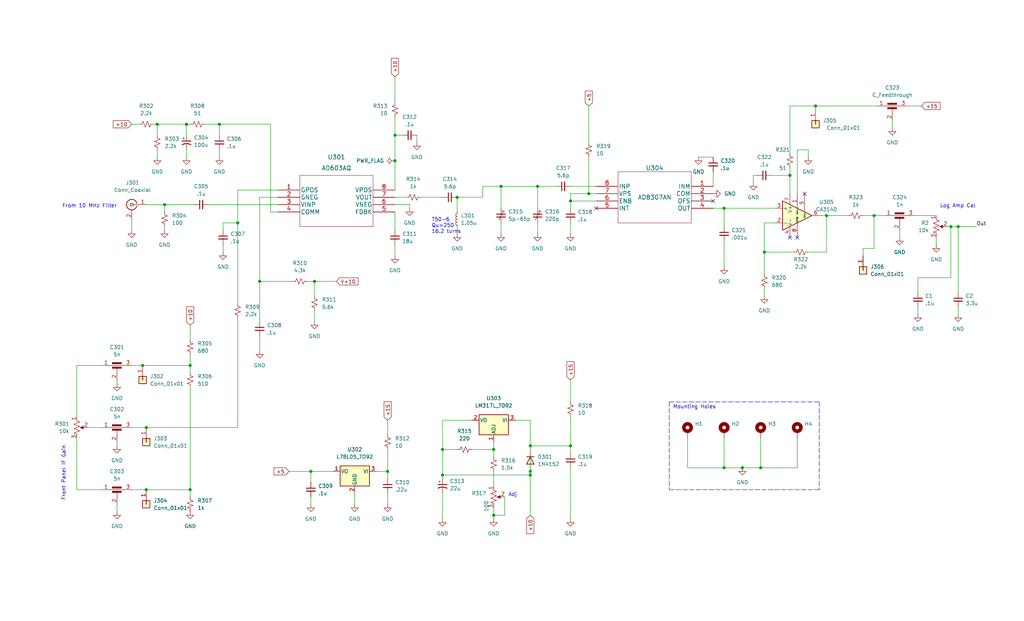
<source format=kicad_sch>
(kicad_sch (version 20211123) (generator eeschema)
  (paper "USLegal")
  (lib_symbols
    (symbol "2022-05-30_02-24-37:AD603AQ" (pin_names (offset 0.254))
      (property "Reference" "U301" (at 20.32 11.43 0))
      (property "Value" "AD603AQ" (at 20.32 7.62 0))
      (symbol "AD603AQ_1_1"
        (polyline (pts (xy 7.62 -12.7) (xy 33.02 -12.7)) (stroke (width 0.127)))
        (polyline (pts (xy 7.62 5.08) (xy 7.62 -12.7)) (stroke (width 0.127)))
        (polyline (pts (xy 33.02 -12.7) (xy 33.02 5.08)) (stroke (width 0.127)))
        (polyline (pts (xy 33.02 5.08) (xy 7.62 5.08)) (stroke (width 0.127)))
        (pin passive line (at 0 0 0) (length 7.62) (name "GPOS") (number "1"))
        (pin passive line (at 0 -2.54 0) (length 7.62) (name "GNEG") (number "2"))
        (pin passive line (at 0 -5.08 0) (length 7.62) (name "VINP") (number "3"))
        (pin passive line (at 0 -7.62 0) (length 7.62) (name "COMM") (number "4"))
        (pin passive line (at 40.64 -7.62 180) (length 7.62) (name "FDBK") (number "5"))
        (pin power_in line (at 40.64 -5.08 180) (length 7.62) (name "VNEG") (number "6"))
        (pin passive line (at 40.64 -2.54 180) (length 7.62) (name "VOUT") (number "7"))
        (pin power_in line (at 40.64 0 180) (length 7.62) (name "VPOS") (number "8"))
      )
    )
    (symbol "AD8307AN:AD8307AN" (pin_names (offset 0.254))
      (property "Reference" "U304" (at -20.32 11.43 0))
      (property "Value" "AD8307AN" (at -20.32 7.62 0))
      (symbol "AD8307AN_1_1"
        (polyline (pts (xy 7.62 -12.7) (xy 33.02 -12.7)) (stroke (width 0.127)))
        (polyline (pts (xy 7.62 5.08) (xy 7.62 -12.7)) (stroke (width 0.127)))
        (polyline (pts (xy 33.02 -12.7) (xy 33.02 5.08)) (stroke (width 0.127)))
        (polyline (pts (xy 33.02 5.08) (xy 7.62 5.08)) (stroke (width 0.127)))
        (pin passive line (at 0 0 0) (length 7.62) (name "INM") (number "1"))
        (pin passive line (at 0 -2.54 0) (length 7.62) (name "COM") (number "2"))
        (pin passive line (at 0 -5.08 0) (length 7.62) (name "OFS") (number "3"))
        (pin passive line (at 0 -7.62 0) (length 7.62) (name "OUT") (number "4"))
        (pin passive line (at 40.64 -7.62 180) (length 7.62) (name "INT") (number "5"))
        (pin passive line (at 40.64 -5.08 180) (length 7.62) (name "ENB") (number "6"))
        (pin power_in line (at 40.64 -2.54 180) (length 7.62) (name "VPS") (number "7"))
        (pin passive line (at 40.64 0 180) (length 7.62) (name "INP") (number "8"))
      )
    )
    (symbol "Amplifier_Operational:CA3140" (pin_names (offset 0.127))
      (property "Reference" "U" (at 6.35 5.08 0))
      (property "Value" "CA3140" (at 6.35 2.54 0))
      (symbol "CA3140_0_1"
        (polyline (pts (xy -5.08 5.08) (xy 5.08 0) (xy -5.08 -5.08) (xy -5.08 5.08)) (stroke (width 0.254)) (fill (type background)))
      )
      (symbol "CA3140_1_1"
        (pin passive line (at 0 7.62 270) (length 5.08) (name "NULL") (number "1"))
        (pin input line (at -7.62 -2.54 0) (length 2.54) (name "-") (number "2"))
        (pin input line (at -7.62 2.54 0) (length 2.54) (name "+") (number "3"))
        (pin power_in line (at -2.54 -7.62 90) (length 3.81) (name "V-") (number "4"))
        (pin passive line (at 2.54 7.62 270) (length 6.35) (name "NULL") (number "5"))
        (pin output line (at 7.62 0 180) (length 2.54) (name "~") (number "6"))
        (pin power_in line (at -2.54 7.62 270) (length 3.81) (name "V+") (number "7"))
        (pin passive line (at 0 -7.62 90) (length 5.08) (name "STRB") (number "8"))
      )
    )
    (symbol "Connector:Conn_Coaxial" (pin_names (offset 1.016) hide)
      (property "Reference" "J" (at 0.254 3.048 0))
      (property "Value" "Conn_Coaxial" (at 2.921 0 90))
      (symbol "Conn_Coaxial_0_1"
        (arc (start -1.778 -0.508) (mid 0.2311 -1.8066) (end 1.778 0) (stroke (width 0.254)))
        (polyline (pts (xy -2.54 0) (xy -0.508 0)))
        (polyline (pts (xy 0 -2.54) (xy 0 -1.778)))
        (circle (center 0 0) (radius 0.508) (stroke (width 0.2032)))
        (arc (start 1.778 0) (mid 0.2099 1.8101) (end -1.778 0.508) (stroke (width 0.254)))
      )
      (symbol "Conn_Coaxial_1_1"
        (pin passive line (at -5.08 0 0) (length 2.54) (name "In") (number "1"))
        (pin passive line (at 0 -5.08 90) (length 2.54) (name "Ext") (number "2"))
      )
    )
    (symbol "Connector_Generic:Conn_01x01" (pin_names (offset 1.016) hide)
      (property "Reference" "J" (at 0 2.54 0))
      (property "Value" "Conn_01x01" (at 0 -2.54 0))
      (symbol "Conn_01x01_1_1"
        (rectangle (start -1.27 0.127) (end 0 -0.127) (stroke (width 0.1524)))
        (rectangle (start -1.27 1.27) (end 1.27 -1.27) (stroke (width 0.254)) (fill (type background)))
        (pin passive line (at -5.08 0 0) (length 3.81) (name "Pin_1") (number "1"))
      )
    )
    (symbol "Device:C_Feedthrough" (pin_names (offset 0.254) hide)
      (property "Reference" "C" (at 0 7.62 0))
      (property "Value" "C_Feedthrough" (at 0 5.715 0))
      (symbol "C_Feedthrough_0_1"
        (rectangle (start -1.651 1.524) (end 1.524 2.032) (fill (type outline)))
        (polyline (pts (xy -2.54 2.54) (xy 2.54 2.54)))
        (polyline (pts (xy 0 0) (xy 0 1.778)))
        (rectangle (start 1.524 3.048) (end -1.651 3.556) (fill (type outline)))
      )
      (symbol "C_Feedthrough_1_1"
        (pin passive line (at -5.08 2.54 0) (length 2.54) (name "1") (number "1"))
        (pin passive line (at 0 -2.54 90) (length 2.54) (name "2") (number "2"))
        (pin passive line (at 5.08 2.54 180) (length 2.54) (name "3") (number "3"))
      )
    )
    (symbol "Device:C_Polarized_Small_US" (pin_numbers hide) (pin_names (offset 0.254) hide)
      (property "Reference" "C" (at 0.254 1.778 0))
      (property "Value" "C_Polarized_Small_US" (at 0.254 -2.032 0))
      (symbol "C_Polarized_Small_US_0_1"
        (polyline (pts (xy -1.524 0.508) (xy 1.524 0.508)) (stroke (width 0.3048)))
        (polyline (pts (xy -1.27 1.524) (xy -0.762 1.524)))
        (polyline (pts (xy -1.016 1.27) (xy -1.016 1.778)))
        (arc (start 1.524 -0.762) (mid 0 -0.3734) (end -1.524 -0.762) (stroke (width 0.3048)))
      )
      (symbol "C_Polarized_Small_US_1_1"
        (pin passive line (at 0 2.54 270) (length 2.032) (name "~") (number "1"))
        (pin passive line (at 0 -2.54 90) (length 2.032) (name "~") (number "2"))
      )
    )
    (symbol "Device:C_Small" (pin_numbers hide) (pin_names (offset 0.254) hide)
      (property "Reference" "C" (at 0.254 1.778 0))
      (property "Value" "C_Small" (at 0.254 -2.032 0))
      (symbol "C_Small_0_1"
        (polyline (pts (xy -1.524 -0.508) (xy 1.524 -0.508)) (stroke (width 0.3302)))
        (polyline (pts (xy -1.524 0.508) (xy 1.524 0.508)) (stroke (width 0.3048)))
      )
      (symbol "C_Small_1_1"
        (pin passive line (at 0 2.54 270) (length 2.032) (name "~") (number "1"))
        (pin passive line (at 0 -2.54 90) (length 2.032) (name "~") (number "2"))
      )
    )
    (symbol "Device:C_Trim_Small" (pin_numbers hide) (pin_names (offset 0.254) hide)
      (property "Reference" "C" (at 1.524 -2.032 0))
      (property "Value" "C_Trim_Small" (at 3.048 -3.556 0))
      (symbol "C_Trim_Small_0_1"
        (polyline (pts (xy -1.524 -0.508) (xy 1.524 -0.508)) (stroke (width 0.3048)))
        (polyline (pts (xy -1.524 0.508) (xy 1.524 0.508)) (stroke (width 0.3048)))
        (polyline (pts (xy 0.762 1.524) (xy -0.762 -1.524)) (stroke (width 0.1778)))
        (polyline (pts (xy 1.27 1.27) (xy 0.381 1.778)) (stroke (width 0.1778)))
      )
      (symbol "C_Trim_Small_1_1"
        (pin passive line (at 0 2.54 270) (length 2.032) (name "~") (number "1"))
        (pin passive line (at 0 -2.54 90) (length 2.032) (name "~") (number "2"))
      )
    )
    (symbol "Device:L_Small" (pin_numbers hide) (pin_names (offset 0.254) hide)
      (property "Reference" "L" (at 0.762 1.016 0))
      (property "Value" "L_Small" (at 0.762 -1.016 0))
      (symbol "L_Small_0_1"
        (arc (start 0 -2.032) (mid 0.508 -1.524) (end 0 -1.016))
        (arc (start 0 -1.016) (mid 0.508 -0.508) (end 0 0))
        (arc (start 0 0) (mid 0.508 0.508) (end 0 1.016))
        (arc (start 0 1.016) (mid 0.508 1.524) (end 0 2.032))
      )
      (symbol "L_Small_1_1"
        (pin passive line (at 0 2.54 270) (length 0.508) (name "~") (number "1"))
        (pin passive line (at 0 -2.54 90) (length 0.508) (name "~") (number "2"))
      )
    )
    (symbol "Device:R_Potentiometer_US" (pin_names (offset 1.016) hide)
      (property "Reference" "RV" (at -4.445 0 90))
      (property "Value" "R_Potentiometer_US" (at -2.54 0 90))
      (symbol "R_Potentiometer_US_0_1"
        (polyline (pts (xy 0 -2.286) (xy 0 -2.54)))
        (polyline (pts (xy 0 2.54) (xy 0 2.286)))
        (polyline (pts (xy 2.54 0) (xy 1.524 0)))
        (polyline (pts (xy 1.143 0) (xy 2.286 0.508) (xy 2.286 -0.508) (xy 1.143 0)) (fill (type outline)))
        (polyline (pts (xy 0 -0.762) (xy 1.016 -1.143) (xy 0 -1.524) (xy -1.016 -1.905) (xy 0 -2.286)))
        (polyline (pts (xy 0 0.762) (xy 1.016 0.381) (xy 0 0) (xy -1.016 -0.381) (xy 0 -0.762)))
        (polyline (pts (xy 0 2.286) (xy 1.016 1.905) (xy 0 1.524) (xy -1.016 1.143) (xy 0 0.762)))
      )
      (symbol "R_Potentiometer_US_1_1"
        (pin passive line (at 0 3.81 270) (length 1.27) (name "1") (number "1"))
        (pin passive line (at 3.81 0 180) (length 1.27) (name "2") (number "2"))
        (pin passive line (at 0 -3.81 90) (length 1.27) (name "3") (number "3"))
      )
    )
    (symbol "Device:R_Small_US" (pin_numbers hide) (pin_names (offset 0.254) hide)
      (property "Reference" "R" (at 0.762 0.508 0))
      (property "Value" "R_Small_US" (at 0.762 -1.016 0))
      (symbol "R_Small_US_1_1"
        (polyline (pts (xy 0 0) (xy 1.016 -0.381) (xy 0 -0.762) (xy -1.016 -1.143) (xy 0 -1.524)))
        (polyline (pts (xy 0 1.524) (xy 1.016 1.143) (xy 0 0.762) (xy -1.016 0.381) (xy 0 0)))
        (pin passive line (at 0 2.54 270) (length 1.016) (name "~") (number "1"))
        (pin passive line (at 0 -2.54 90) (length 1.016) (name "~") (number "2"))
      )
    )
    (symbol "Diode:1N4152" (pin_numbers hide) (pin_names (offset 1.016) hide)
      (property "Reference" "D" (at 0 2.54 0))
      (property "Value" "1N4152" (at 0 -2.54 0))
      (symbol "1N4152_0_1"
        (polyline (pts (xy -1.27 1.27) (xy -1.27 -1.27)) (stroke (width 0.254)))
        (polyline (pts (xy 1.27 0) (xy -1.27 0)))
        (polyline (pts (xy 1.27 1.27) (xy 1.27 -1.27) (xy -1.27 0) (xy 1.27 1.27)) (stroke (width 0.254)))
      )
      (symbol "1N4152_1_1"
        (pin passive line (at -3.81 0 0) (length 2.54) (name "K") (number "1"))
        (pin passive line (at 3.81 0 180) (length 2.54) (name "A") (number "2"))
      )
    )
    (symbol "Mechanical:MountingHole_Pad" (pin_numbers hide) (pin_names (offset 1.016) hide)
      (property "Reference" "H" (at 0 6.35 0))
      (property "Value" "MountingHole_Pad" (at 0 4.445 0))
      (symbol "MountingHole_Pad_0_1"
        (circle (center 0 1.27) (radius 1.27) (stroke (width 1.27)))
      )
      (symbol "MountingHole_Pad_1_1"
        (pin input line (at 0 -2.54 90) (length 2.54) (name "1") (number "1"))
      )
    )
    (symbol "Regulator_Linear:L78L05_TO92" (pin_names (offset 0.254))
      (property "Reference" "U" (at -3.81 3.175 0))
      (property "Value" "L78L05_TO92" (at 0 3.175 0))
      (symbol "L78L05_TO92_0_1"
        (rectangle (start -5.08 -5.08) (end 5.08 1.905) (stroke (width 0.254)) (fill (type background)))
      )
      (symbol "L78L05_TO92_1_1"
        (pin power_out line (at 7.62 0 180) (length 2.54) (name "VO") (number "1"))
        (pin power_in line (at 0 -7.62 90) (length 2.54) (name "GND") (number "2"))
        (pin power_in line (at -7.62 0 0) (length 2.54) (name "VI") (number "3"))
      )
    )
    (symbol "Regulator_Linear:LM317L_TO92" (pin_names (offset 0.254))
      (property "Reference" "U" (at -3.81 3.175 0))
      (property "Value" "LM317L_TO92" (at 0 3.175 0))
      (symbol "LM317L_TO92_0_1"
        (rectangle (start -5.08 1.905) (end 5.08 -5.08) (stroke (width 0.254)) (fill (type background)))
      )
      (symbol "LM317L_TO92_1_1"
        (pin input line (at 0 -7.62 90) (length 2.54) (name "ADJ") (number "1"))
        (pin power_out line (at 7.62 0 180) (length 2.54) (name "VO") (number "2"))
        (pin power_in line (at -7.62 0 0) (length 2.54) (name "VI") (number "3"))
      )
    )
    (symbol "power:GND" (power) (pin_names (offset 0))
      (property "Value" "GND" (at 0 -3.81 0))
      (symbol "GND_0_1"
        (polyline (pts (xy 0 0) (xy 0 -1.27) (xy 1.27 -1.27) (xy 0 -2.54) (xy -1.27 -1.27) (xy 0 -1.27)))
      )
      (symbol "GND_1_1"
        (pin power_in line (at 0 0 270) (length 0) hide (name "GND") (number "1"))
      )
    )
    (symbol "power:PWR_FLAG" (power) (pin_numbers hide) (pin_names (offset 0) hide)
      (property "Value" "PWR_FLAG" (at 0 3.81 0))
      (symbol "PWR_FLAG_0_0"
        (pin power_out line (at 0 0 90) (length 0) (name "pwr") (number "1"))
      )
      (symbol "PWR_FLAG_0_1"
        (polyline (pts (xy 0 0) (xy 0 1.27) (xy -1.016 1.905) (xy 0 2.54) (xy 1.016 1.905) (xy 0 1.27)))
      )
    )
  )
  (junction (at 287.02 74.93))
  (junction (at 134.62 163.83))
  (junction (at 283.21 36.83))
  (junction (at 204.47 67.31))
  (junction (at 153.67 165.1))
  (junction (at 107.95 163.83))
  (junction (at 171.45 156.21))
  (junction (at 57.15 71.12))
  (junction (at 251.46 162.56))
  (junction (at 173.99 64.77))
  (junction (at 137.16 55.88))
  (junction (at 198.12 154.94))
  (junction (at 50.8 148.59))
  (junction (at 184.15 154.94))
  (junction (at 90.17 97.79))
  (junction (at 264.16 162.56))
  (junction (at 171.45 179.07))
  (junction (at 49.53 127))
  (junction (at 109.22 97.79))
  (junction (at 198.12 69.85))
  (junction (at 303.53 74.93))
  (junction (at 158.75 68.58))
  (junction (at 330.2 78.74))
  (junction (at 257.81 162.56))
  (junction (at 66.04 170.18))
  (junction (at 153.67 156.21))
  (junction (at 66.04 127))
  (junction (at 50.8 170.18))
  (junction (at 184.15 165.1))
  (junction (at 64.77 43.18))
  (junction (at 184.15 163.83))
  (junction (at 54.61 43.18))
  (junction (at 76.2 43.18))
  (junction (at 251.46 72.39))
  (junction (at 186.69 64.77))
  (junction (at 332.74 78.74))
  (junction (at 265.43 87.63))
  (junction (at 274.32 60.96))
  (junction (at 137.16 46.99))
  (junction (at 82.55 77.47))
  (no_connect (at 247.65 69.85))
  (no_connect (at 207.01 72.39))
  (no_connect (at 279.4 67.31))
  (no_connect (at 276.86 82.55))
  (no_connect (at 274.32 82.55))
  (wire (pts (xy 186.69 72.39) (xy 186.69 64.77)))
  (wire (pts (xy 144.78 46.99) (xy 144.78 49.53)))
  (wire (pts (xy 77.47 85.09) (xy 77.47 87.63)))
  (wire (pts (xy 90.17 68.58) (xy 96.52 68.58)))
  (wire (pts (xy 100.33 163.83) (xy 107.95 163.83)))
  (wire (pts (xy 251.46 83.82) (xy 251.46 92.71)))
  (wire (pts (xy 287.02 87.63) (xy 280.67 87.63)))
  (wire (pts (xy 247.65 64.77) (xy 247.65 59.69)))
  (wire (pts (xy 82.55 66.04) (xy 96.52 66.04)))
  (wire (pts (xy 137.16 35.56) (xy 137.16 26.67)))
  (wire (pts (xy 57.15 80.01) (xy 57.15 78.74)))
  (wire (pts (xy 247.65 72.39) (xy 251.46 72.39)))
  (wire (pts (xy 184.15 146.05) (xy 184.15 154.94)))
  (wire (pts (xy 207.01 69.85) (xy 198.12 69.85)))
  (wire (pts (xy 101.6 97.79) (xy 90.17 97.79)))
  (wire (pts (xy 57.15 73.66) (xy 57.15 71.12)))
  (wire (pts (xy 82.55 77.47) (xy 82.55 66.04)))
  (wire (pts (xy 171.45 163.83) (xy 171.45 168.91)))
  (wire (pts (xy 45.72 127) (xy 49.53 127)))
  (wire (pts (xy 137.16 85.09) (xy 137.16 88.9)))
  (wire (pts (xy 134.62 171.45) (xy 134.62 175.26)))
  (wire (pts (xy 76.2 52.07) (xy 76.2 54.61)))
  (wire (pts (xy 204.47 36.83) (xy 204.47 49.53)))
  (wire (pts (xy 184.15 165.1) (xy 184.15 179.07)))
  (polyline (pts (xy 284.48 170.18) (xy 232.41 170.18)))
  (wire (pts (xy 267.97 60.96) (xy 274.32 60.96)))
  (wire (pts (xy 299.72 88.9) (xy 299.72 86.36)))
  (wire (pts (xy 283.21 38.1) (xy 283.21 36.83)))
  (wire (pts (xy 251.46 152.4) (xy 251.46 162.56)))
  (wire (pts (xy 137.16 73.66) (xy 137.16 80.01)))
  (wire (pts (xy 153.67 165.1) (xy 184.15 165.1)))
  (wire (pts (xy 163.83 156.21) (xy 171.45 156.21)))
  (wire (pts (xy 66.04 134.62) (xy 66.04 170.18)))
  (wire (pts (xy 54.61 43.18) (xy 53.34 43.18)))
  (wire (pts (xy 173.99 64.77) (xy 186.69 64.77)))
  (wire (pts (xy 158.75 156.21) (xy 153.67 156.21)))
  (wire (pts (xy 207.01 67.31) (xy 204.47 67.31)))
  (wire (pts (xy 54.61 54.61) (xy 54.61 52.07)))
  (wire (pts (xy 275.59 87.63) (xy 265.43 87.63)))
  (wire (pts (xy 158.75 68.58) (xy 167.64 68.58)))
  (wire (pts (xy 77.47 77.47) (xy 82.55 77.47)))
  (wire (pts (xy 339.09 78.74) (xy 332.74 78.74)))
  (wire (pts (xy 276.86 52.07) (xy 280.67 52.07)))
  (wire (pts (xy 35.56 127) (xy 26.67 127)))
  (wire (pts (xy 35.56 148.59) (xy 30.48 148.59)))
  (wire (pts (xy 287.02 74.93) (xy 284.48 74.93)))
  (wire (pts (xy 96.52 73.66) (xy 93.98 73.66)))
  (wire (pts (xy 93.98 43.18) (xy 93.98 73.66)))
  (wire (pts (xy 332.74 78.74) (xy 330.2 78.74)))
  (wire (pts (xy 48.26 43.18) (xy 45.72 43.18)))
  (wire (pts (xy 262.89 60.96) (xy 261.62 60.96)))
  (wire (pts (xy 153.67 156.21) (xy 153.67 165.1)))
  (wire (pts (xy 265.43 77.47) (xy 265.43 87.63)))
  (wire (pts (xy 146.05 68.58) (xy 153.67 68.58)))
  (wire (pts (xy 198.12 144.78) (xy 198.12 154.94)))
  (wire (pts (xy 67.31 71.12) (xy 57.15 71.12)))
  (wire (pts (xy 299.72 86.36) (xy 303.53 86.36)))
  (wire (pts (xy 90.17 97.79) (xy 90.17 111.76)))
  (wire (pts (xy 54.61 43.18) (xy 64.77 43.18)))
  (wire (pts (xy 274.32 36.83) (xy 283.21 36.83)))
  (wire (pts (xy 64.77 54.61) (xy 64.77 52.07)))
  (wire (pts (xy 332.74 109.22) (xy 332.74 106.68)))
  (wire (pts (xy 153.67 180.34) (xy 153.67 171.45)))
  (wire (pts (xy 198.12 154.94) (xy 184.15 154.94)))
  (wire (pts (xy 251.46 162.56) (xy 257.81 162.56)))
  (wire (pts (xy 137.16 55.88) (xy 137.16 66.04)))
  (wire (pts (xy 330.2 96.52) (xy 330.2 78.74)))
  (wire (pts (xy 40.64 154.94) (xy 40.64 153.67)))
  (wire (pts (xy 26.67 170.18) (xy 35.56 170.18)))
  (wire (pts (xy 320.04 36.83) (xy 314.96 36.83)))
  (wire (pts (xy 173.99 72.39) (xy 173.99 64.77)))
  (wire (pts (xy 130.81 163.83) (xy 134.62 163.83)))
  (wire (pts (xy 107.95 163.83) (xy 115.57 163.83)))
  (wire (pts (xy 179.07 146.05) (xy 184.15 146.05)))
  (wire (pts (xy 318.77 96.52) (xy 330.2 96.52)))
  (wire (pts (xy 318.77 101.6) (xy 318.77 96.52)))
  (wire (pts (xy 66.04 127) (xy 66.04 123.19)))
  (wire (pts (xy 134.62 151.13) (xy 134.62 146.05)))
  (wire (pts (xy 107.95 167.64) (xy 107.95 163.83)))
  (wire (pts (xy 265.43 87.63) (xy 265.43 95.25)))
  (wire (pts (xy 66.04 43.18) (xy 64.77 43.18)))
  (wire (pts (xy 116.84 97.79) (xy 109.22 97.79)))
  (wire (pts (xy 294.64 74.93) (xy 287.02 74.93)))
  (wire (pts (xy 276.86 152.4) (xy 276.86 162.56)))
  (wire (pts (xy 109.22 102.87) (xy 109.22 97.79)))
  (wire (pts (xy 264.16 152.4) (xy 264.16 162.56)))
  (wire (pts (xy 184.15 163.83) (xy 184.15 165.1)))
  (wire (pts (xy 303.53 86.36) (xy 303.53 74.93)))
  (wire (pts (xy 45.72 148.59) (xy 50.8 148.59)))
  (wire (pts (xy 137.16 46.99) (xy 137.16 40.64)))
  (wire (pts (xy 96.52 71.12) (xy 72.39 71.12)))
  (wire (pts (xy 204.47 54.61) (xy 204.47 67.31)))
  (wire (pts (xy 171.45 156.21) (xy 171.45 153.67)))
  (wire (pts (xy 45.72 76.2) (xy 45.72 80.01)))
  (wire (pts (xy 76.2 43.18) (xy 71.12 43.18)))
  (wire (pts (xy 57.15 71.12) (xy 50.8 71.12)))
  (wire (pts (xy 66.04 170.18) (xy 66.04 172.72)))
  (wire (pts (xy 276.86 67.31) (xy 276.86 52.07)))
  (wire (pts (xy 66.04 118.11) (xy 66.04 113.03)))
  (wire (pts (xy 173.99 77.47) (xy 173.99 81.28)))
  (wire (pts (xy 198.12 81.28) (xy 198.12 77.47)))
  (wire (pts (xy 238.76 162.56) (xy 251.46 162.56)))
  (wire (pts (xy 26.67 152.4) (xy 26.67 170.18)))
  (wire (pts (xy 45.72 170.18) (xy 50.8 170.18)))
  (wire (pts (xy 280.67 52.07) (xy 280.67 54.61)))
  (wire (pts (xy 332.74 101.6) (xy 332.74 78.74)))
  (wire (pts (xy 238.76 152.4) (xy 238.76 162.56)))
  (wire (pts (xy 77.47 80.01) (xy 77.47 77.47)))
  (wire (pts (xy 40.64 177.8) (xy 40.64 175.26)))
  (wire (pts (xy 186.69 77.47) (xy 186.69 81.28)))
  (wire (pts (xy 54.61 46.99) (xy 54.61 43.18)))
  (wire (pts (xy 171.45 180.34) (xy 171.45 179.07)))
  (wire (pts (xy 299.72 74.93) (xy 303.53 74.93)))
  (wire (pts (xy 82.55 110.49) (xy 82.55 148.59)))
  (wire (pts (xy 90.17 121.92) (xy 90.17 116.84)))
  (wire (pts (xy 171.45 158.75) (xy 171.45 156.21)))
  (wire (pts (xy 66.04 127) (xy 66.04 129.54)))
  (wire (pts (xy 109.22 107.95) (xy 109.22 111.76)))
  (wire (pts (xy 158.75 81.28) (xy 158.75 78.74)))
  (wire (pts (xy 82.55 77.47) (xy 82.55 105.41)))
  (wire (pts (xy 158.75 73.66) (xy 158.75 68.58)))
  (wire (pts (xy 309.88 44.45) (xy 309.88 41.91)))
  (wire (pts (xy 312.42 82.55) (xy 312.42 80.01)))
  (wire (pts (xy 274.32 53.34) (xy 274.32 36.83)))
  (wire (pts (xy 184.15 154.94) (xy 184.15 156.21)))
  (wire (pts (xy 40.64 133.35) (xy 40.64 132.08)))
  (wire (pts (xy 198.12 67.31) (xy 198.12 69.85)))
  (wire (pts (xy 251.46 72.39) (xy 269.24 72.39)))
  (wire (pts (xy 76.2 43.18) (xy 76.2 46.99)))
  (wire (pts (xy 265.43 102.87) (xy 265.43 100.33)))
  (wire (pts (xy 175.26 179.07) (xy 171.45 179.07)))
  (wire (pts (xy 198.12 69.85) (xy 198.12 72.39)))
  (wire (pts (xy 123.19 171.45) (xy 123.19 175.26)))
  (wire (pts (xy 137.16 71.12) (xy 142.24 71.12)))
  (wire (pts (xy 153.67 146.05) (xy 153.67 156.21)))
  (wire (pts (xy 247.65 54.61) (xy 242.57 54.61)))
  (wire (pts (xy 134.62 163.83) (xy 134.62 156.21)))
  (wire (pts (xy 317.5 74.93) (xy 325.12 74.93)))
  (wire (pts (xy 167.64 64.77) (xy 173.99 64.77)))
  (wire (pts (xy 137.16 46.99) (xy 137.16 55.88)))
  (wire (pts (xy 163.83 146.05) (xy 153.67 146.05)))
  (wire (pts (xy 107.95 175.26) (xy 107.95 172.72)))
  (wire (pts (xy 287.02 74.93) (xy 287.02 87.63)))
  (wire (pts (xy 50.8 170.18) (xy 66.04 170.18)))
  (wire (pts (xy 303.53 74.93) (xy 307.34 74.93)))
  (wire (pts (xy 184.15 158.75) (xy 184.15 163.83)))
  (wire (pts (xy 142.24 71.12) (xy 142.24 72.39)))
  (wire (pts (xy 274.32 60.96) (xy 274.32 58.42)))
  (wire (pts (xy 276.86 162.56) (xy 264.16 162.56)))
  (wire (pts (xy 186.69 64.77) (xy 193.04 64.77)))
  (wire (pts (xy 64.77 46.99) (xy 64.77 43.18)))
  (wire (pts (xy 175.26 172.72) (xy 175.26 179.07)))
  (wire (pts (xy 93.98 43.18) (xy 76.2 43.18)))
  (wire (pts (xy 109.22 97.79) (xy 106.68 97.79)))
  (wire (pts (xy 261.62 60.96) (xy 261.62 63.5)))
  (wire (pts (xy 325.12 85.09) (xy 325.12 82.55)))
  (wire (pts (xy 283.21 36.83) (xy 304.8 36.83)))
  (wire (pts (xy 330.2 78.74) (xy 328.93 78.74)))
  (polyline (pts (xy 232.41 139.7) (xy 232.41 170.18)))
  (wire (pts (xy 139.7 46.99) (xy 137.16 46.99)))
  (wire (pts (xy 198.12 157.48) (xy 198.12 154.94)))
  (wire (pts (xy 167.64 68.58) (xy 167.64 64.77)))
  (wire (pts (xy 50.8 148.59) (xy 82.55 148.59)))
  (wire (pts (xy 26.67 127) (xy 26.67 144.78)))
  (wire (pts (xy 204.47 67.31) (xy 198.12 67.31)))
  (wire (pts (xy 198.12 180.34) (xy 198.12 162.56)))
  (wire (pts (xy 49.53 127) (xy 66.04 127)))
  (wire (pts (xy 274.32 67.31) (xy 274.32 60.96)))
  (wire (pts (xy 137.16 68.58) (xy 140.97 68.58)))
  (wire (pts (xy 153.67 165.1) (xy 153.67 166.37)))
  (wire (pts (xy 90.17 68.58) (xy 90.17 97.79)))
  (polyline (pts (xy 284.48 139.7) (xy 284.48 170.18)))
  (wire (pts (xy 198.12 132.08) (xy 198.12 139.7)))
  (wire (pts (xy 198.12 64.77) (xy 207.01 64.77)))
  (polyline (pts (xy 232.41 139.7) (xy 284.48 139.7)))
  (wire (pts (xy 269.24 77.47) (xy 265.43 77.47)))
  (wire (pts (xy 264.16 162.56) (xy 257.81 162.56)))
  (wire (pts (xy 251.46 78.74) (xy 251.46 72.39)))
  (wire (pts (xy 134.62 166.37) (xy 134.62 163.83)))
  (wire (pts (xy 318.77 109.22) (xy 318.77 106.68)))
  (wire (pts (xy 171.45 179.07) (xy 171.45 176.53)))
  (text "Log Amp Cal" (at 326.39 72.39 0) (effects (font (size 1.27 1.27)) (justify left bottom)))
  (text "Mounting Holes" (at 233.68 142.24 0) (effects (font (size 1.27 1.27)) (justify left bottom)))
  (text "T50-6\nQu=250\n16.2 turns" (at 149.86 81.28 0) (effects (font (size 1.27 1.27)) (justify left bottom)))
  (text "Front Panel IF Gain" (at 22.86 173.99 90) (effects (font (size 1.27 1.27)) (justify left bottom)))
  (text "Adj" (at 176.53 172.72 0) (effects (font (size 1.27 1.27)) (justify left bottom)))
  (text "From 10 MHz Filter" (at 21.59 72.39 0) (effects (font (size 1.27 1.27)) (justify left bottom)))
  (label "Out" (at 339.09 78.74 0))
  (global_label "+15" (shape input) (at 198.12 132.08 90) (property "Intersheet References" "${INTERSHEET_REFS}" (effects hide)))
  (global_label "+10" (shape input) (at 66.04 113.03 90) (property "Intersheet References" "${INTERSHEET_REFS}" (effects hide)))
  (global_label "+10" (shape input) (at 45.72 43.18 180) (property "Intersheet References" "${INTERSHEET_REFS}" (effects hide)))
  (global_label "+5" (shape input) (at 100.33 163.83 180) (property "Intersheet References" "${INTERSHEET_REFS}" (effects hide)))
  (global_label "+15" (shape input) (at 134.62 146.05 90) (property "Intersheet References" "${INTERSHEET_REFS}" (effects hide)))
  (global_label "+5" (shape input) (at 204.47 36.83 90) (property "Intersheet References" "${INTERSHEET_REFS}" (effects hide)))
  (global_label "+10" (shape input) (at 184.15 179.07 270) (property "Intersheet References" "${INTERSHEET_REFS}" (effects hide)))
  (global_label "V+10" (shape input) (at 116.84 97.79 0) (property "Intersheet References" "${INTERSHEET_REFS}" (effects hide)))
  (global_label "+15" (shape input) (at 320.04 36.83 0) (property "Intersheet References" "${INTERSHEET_REFS}" (effects hide)))
  (global_label "+10" (shape input) (at 137.16 26.67 90) (property "Intersheet References" "${INTERSHEET_REFS}" (effects hide)))
  (symbol (lib_id "power:GND") (at 332.74 109.22 0) (unit 1) (on_board no)
    (property "Reference" "#PWR0336" (effects hide))
    (property "Value" "GND" (at 332.74 114.3 0))
  )
  (symbol (lib_id "power:GND") (at 280.67 54.61 0) (unit 1)
    (property "Reference" "#PWR0331" (effects hide))
    (property "Value" "GND" (at 280.67 59.69 0))
  )
  (symbol (lib_id "power:GND") (at 198.12 81.28 0) (unit 1)
    (property "Reference" "#PWR0324" (effects hide))
    (property "Value" "GND" (at 198.12 86.36 0))
  )
  (symbol (lib_id "power:GND") (at 90.17 121.92 0) (unit 1)
    (property "Reference" "#PWR0311" (effects hide))
    (property "Value" "GND" (at 90.17 127 0))
  )
  (symbol (lib_id "power:GND") (at 265.43 102.87 0) (unit 1)
    (property "Reference" "#PWR0330" (effects hide))
    (property "Value" "GND" (at 265.43 107.95 0))
  )
  (symbol (lib_id "Device:R_Small_US") (at 57.15 76.2 0) (unit 1)
    (property "Reference" "R304" (at 59.69 74.9299 0) (effects (justify left)))
    (property "Value" "100" (at 59.69 77.4699 0) (effects (justify left)))
  )
  (symbol (lib_id "Device:R_Small_US") (at 198.12 142.24 0) (unit 1)
    (property "Reference" "R318" (at 200.66 140.9699 0) (effects (justify left)))
    (property "Value" "10" (at 200.66 143.5099 0) (effects (justify left)))
  )
  (symbol (lib_id "power:GND") (at 64.77 54.61 0) (unit 1)
    (property "Reference" "#PWR0307" (effects hide))
    (property "Value" "GND" (at 64.77 59.69 0))
  )
  (symbol (lib_id "power:GND") (at 312.42 82.55 0) (unit 1)
    (property "Reference" "#PWR0333" (effects hide))
    (property "Value" "GND" (at 312.42 87.63 0))
  )
  (symbol (lib_id "power:GND") (at 54.61 54.61 0) (unit 1)
    (property "Reference" "#PWR0302" (effects hide))
    (property "Value" "GND" (at 54.61 59.69 0))
  )
  (symbol (lib_id "Device:R_Small_US") (at 143.51 68.58 90) (unit 1)
    (property "Reference" "R314" (at 143.51 62.23 90))
    (property "Value" "1k" (at 143.51 64.77 90))
  )
  (symbol (lib_id "Connector_Generic:Conn_01x01") (at 50.8 153.67 270) (unit 1)
    (property "Reference" "J303" (at 53.34 152.3999 90) (effects (justify left)))
    (property "Value" "Conn_01x01" (at 53.34 154.9399 90) (effects (justify left)))
  )
  (symbol (lib_id "power:GND") (at 261.62 63.5 0) (unit 1)
    (property "Reference" "#PWR0329" (effects hide))
    (property "Value" "GND" (at 261.62 68.58 0))
  )
  (symbol (lib_id "power:GND") (at 186.69 81.28 0) (unit 1)
    (property "Reference" "#PWR0323" (effects hide))
    (property "Value" "GND" (at 186.69 86.36 0))
  )
  (symbol (lib_id "power:GND") (at 153.67 180.34 0) (unit 1)
    (property "Reference" "#PWR0319" (effects hide))
    (property "Value" "GND" (at 153.67 185.42 0))
  )
  (symbol (lib_id "Device:C_Small") (at 76.2 49.53 0) (unit 1)
    (property "Reference" "C306" (at 78.74 48.2662 0) (effects (justify left)))
    (property "Value" ".1u" (at 78.74 50.8062 0) (effects (justify left)))
  )
  (symbol (lib_id "Device:R_Small_US") (at 50.8 43.18 90) (unit 1)
    (property "Reference" "R302" (at 50.8 36.83 90))
    (property "Value" "2.2k" (at 50.8 39.37 90))
  )
  (symbol (lib_id "Amplifier_Operational:CA3140") (at 276.86 74.93 0) (unit 1)
    (property "Reference" "U305" (at 287.02 70.231 0))
    (property "Value" "CA3140" (at 287.02 72.771 0))
    (property "Datasheet" "http://www.intersil.com/content/dam/intersil/documents/ca31/ca3140-a.pdf" (effects hide))
  )
  (symbol (lib_id "Device:R_Small_US") (at 54.61 49.53 0) (unit 1)
    (property "Reference" "R303" (at 57.15 48.2599 0) (effects (justify left)))
    (property "Value" "2.2k" (at 57.15 50.7999 0) (effects (justify left)))
  )
  (symbol (lib_id "power:GND") (at 198.12 180.34 0) (unit 1)
    (property "Reference" "#PWR0325" (effects hide))
    (property "Value" "GND" (at 198.12 185.42 0))
  )
  (symbol (lib_id "Device:C_Trim_Small") (at 173.99 74.93 0) (unit 1)
    (property "Reference" "C315" (at 176.53 73.5329 0) (effects (justify left)))
    (property "Value" "5p-65p" (at 176.53 76.0729 0) (effects (justify left)))
  )
  (symbol (lib_id "Device:R_Small_US") (at 82.55 107.95 0) (unit 1)
    (property "Reference" "R309" (at 85.09 106.6799 0) (effects (justify left)))
    (property "Value" "2.2k" (at 85.09 109.2199 0) (effects (justify left)))
  )
  (symbol (lib_id "Device:C_Small") (at 134.62 168.91 0) (unit 1)
    (property "Reference" "C310" (at 137.16 167.6462 0) (effects (justify left)))
    (property "Value" ".22u" (at 137.16 170.1862 0) (effects (justify left)))
  )
  (symbol (lib_id "Device:C_Small") (at 332.74 104.14 0) (unit 1) (on_board no)
    (property "Reference" "C2" (at 335.28 102.8762 0) (effects (justify left)))
    (property "Value" "3.3u" (at 335.28 105.4162 0) (effects (justify left)))
  )
  (symbol (lib_id "power:GND") (at 142.24 72.39 0) (unit 1)
    (property "Reference" "#PWR0317" (effects hide))
    (property "Value" "GND" (at 142.24 77.47 0))
  )
  (symbol (lib_id "power:GND") (at 45.72 80.01 0) (unit 1)
    (property "Reference" "#PWR0301" (effects hide))
    (property "Value" "GND" (at 45.72 85.09 0))
  )
  (symbol (lib_id "power:GND") (at 171.45 180.34 0) (unit 1)
    (property "Reference" "#PWR0321" (effects hide))
    (property "Value" "GND" (at 171.45 185.42 0))
  )
  (symbol (lib_id "power:GND") (at 57.15 80.01 0) (unit 1)
    (property "Reference" "#PWR0303" (effects hide))
    (property "Value" "GND" (at 57.15 85.09 0))
  )
  (symbol (lib_id "Mechanical:MountingHole_Pad") (at 238.76 149.86 0) (unit 1)
    (property "Reference" "H1" (at 241.3 147.3199 0) (effects (justify left)))
    (property "Value" "MountingHole_Pad" (effects hide))
  )
  (symbol (lib_id "Device:C_Small") (at 265.43 60.96 90) (unit 1)
    (property "Reference" "C322" (at 265.4363 54.61 90))
    (property "Value" ".1u" (at 265.4363 57.15 90))
  )
  (symbol (lib_id "Device:R_Small_US") (at 66.04 120.65 0) (unit 1)
    (property "Reference" "R305" (at 68.58 119.3799 0) (effects (justify left)))
    (property "Value" "680" (at 68.58 121.9199 0) (effects (justify left)))
  )
  (symbol (lib_id "Device:R_Small_US") (at 104.14 97.79 90) (unit 1)
    (property "Reference" "R310" (at 104.14 91.44 90))
    (property "Value" "4.3k" (at 104.14 93.98 90))
  )
  (symbol (lib_id "power:GND") (at 325.12 85.09 0) (unit 1)
    (property "Reference" "#PWR0335" (effects hide))
    (property "Value" "GND" (at 325.12 90.17 0))
  )
  (symbol (lib_id "power:GND") (at 109.22 111.76 0) (unit 1)
    (property "Reference" "#PWR0313" (effects hide))
    (property "Value" "GND" (at 109.22 116.84 0))
  )
  (symbol (lib_id "Device:C_Small") (at 318.77 104.14 0) (unit 1) (on_board no)
    (property "Reference" "C1" (at 321.31 102.8762 0) (effects (justify left)))
    (property "Value" ".1u" (at 321.31 105.4162 0) (effects (justify left)))
  )
  (symbol (lib_id "Device:L_Small") (at 158.75 76.2 180) (unit 1)
    (property "Reference" "L301" (at 160.02 74.9299 0) (effects (justify right)))
    (property "Value" "1.05u" (at 160.02 77.4699 0) (effects (justify right)))
  )
  (symbol (lib_id "Device:R_Small_US") (at 68.58 43.18 90) (unit 1)
    (property "Reference" "R308" (at 68.58 36.83 90))
    (property "Value" "51" (at 68.58 39.37 90))
  )
  (symbol (lib_id "power:GND") (at 144.78 49.53 0) (mirror y) (unit 1)
    (property "Reference" "#PWR0318" (effects hide))
    (property "Value" "GND" (at 144.78 54.61 0))
  )
  (symbol (lib_id "Device:C_Small") (at 198.12 160.02 0) (unit 1)
    (property "Reference" "C319" (at 200.66 158.7562 0) (effects (justify left)))
    (property "Value" ".1u" (at 200.66 161.2962 0) (effects (justify left)))
  )
  (symbol (lib_id "Connector_Generic:Conn_01x01") (at 299.72 93.98 270) (unit 1)
    (property "Reference" "J306" (at 302.26 92.7099 90) (effects (justify left)))
    (property "Value" "Conn_01x01" (at 302.26 95.2499 90) (effects (justify left)))
  )
  (symbol (lib_id "Device:C_Polarized_Small_US") (at 64.77 49.53 0) (unit 1)
    (property "Reference" "C304" (at 67.31 47.8281 0) (effects (justify left)))
    (property "Value" "100u" (at 67.31 50.3681 0) (effects (justify left)))
  )
  (symbol (lib_id "power:GND") (at 77.47 87.63 0) (unit 1)
    (property "Reference" "#PWR0310" (effects hide))
    (property "Value" "GND" (at 77.47 92.71 0))
  )
  (symbol (lib_id "Device:R_Small_US") (at 297.18 74.93 90) (unit 1)
    (property "Reference" "R323" (at 297.18 68.58 90))
    (property "Value" "1k" (at 297.18 71.12 90))
  )
  (symbol (lib_id "Device:C_Small") (at 198.12 74.93 0) (unit 1)
    (property "Reference" "C318" (at 200.66 73.6662 0) (effects (justify left)))
    (property "Value" ".1u" (at 200.66 76.2062 0) (effects (justify left)))
  )
  (symbol (lib_id "Device:R_Small_US") (at 171.45 161.29 0) (unit 1)
    (property "Reference" "R316" (at 173.99 160.0199 0) (effects (justify left)))
    (property "Value" "1.5k" (at 173.99 162.5599 0) (effects (justify left)))
  )
  (symbol (lib_id "Connector_Generic:Conn_01x01") (at 49.53 132.08 270) (unit 1)
    (property "Reference" "J302" (at 52.07 130.8099 90) (effects (justify left)))
    (property "Value" "Conn_01x01" (at 52.07 133.3499 90) (effects (justify left)))
  )
  (symbol (lib_id "power:GND") (at 66.04 177.8 0) (unit 1)
    (property "Reference" "#PWR0308" (effects hide))
    (property "Value" "GND" (at 66.04 182.88 0))
  )
  (symbol (lib_id "Device:C_Small") (at 137.16 82.55 0) (unit 1)
    (property "Reference" "C311" (at 139.7 81.2862 0) (effects (justify left)))
    (property "Value" "18u" (at 139.7 83.8262 0) (effects (justify left)))
  )
  (symbol (lib_id "power:GND") (at 318.77 109.22 0) (unit 1) (on_board no)
    (property "Reference" "#PWR0334" (effects hide))
    (property "Value" "GND" (at 318.77 114.3 0))
  )
  (symbol (lib_id "Device:R_Small_US") (at 137.16 38.1 0) (mirror y) (unit 1)
    (property "Reference" "R313" (at 134.62 36.8299 0) (effects (justify left)))
    (property "Value" "10" (at 134.62 39.3699 0) (effects (justify left)))
  )
  (symbol (lib_id "Device:R_Small_US") (at 278.13 87.63 270) (unit 1)
    (property "Reference" "R322" (at 278.13 90.17 90))
    (property "Value" "2.2k" (at 278.13 92.71 90))
  )
  (symbol (lib_id "Device:R_Potentiometer_US") (at 325.12 78.74 0) (unit 1) (on_board no)
    (property "Reference" "R2" (at 322.58 77.4699 0) (effects (justify right)))
    (property "Value" "10k" (at 322.58 80.0099 0) (effects (justify right)))
  )
  (symbol (lib_id "Device:C_Small") (at 251.46 81.28 0) (unit 1)
    (property "Reference" "C321" (at 254 80.0162 0) (effects (justify left)))
    (property "Value" ".001u" (at 254 82.5562 0) (effects (justify left)))
  )
  (symbol (lib_id "Device:C_Small") (at 77.47 82.55 0) (unit 1)
    (property "Reference" "C307" (at 80.01 81.2862 0) (effects (justify left)))
    (property "Value" ".1u" (at 80.01 83.8262 0) (effects (justify left)))
  )
  (symbol (lib_id "Device:C_Small") (at 156.21 68.58 90) (unit 1)
    (property "Reference" "C314" (at 156.2163 62.23 90))
    (property "Value" "5.6p" (at 156.2163 64.77 90))
  )
  (symbol (lib_id "Device:R_Small_US") (at 265.43 97.79 0) (unit 1)
    (property "Reference" "R320" (at 267.97 96.5199 0) (effects (justify left)))
    (property "Value" "680" (at 267.97 99.0599 0) (effects (justify left)))
  )
  (symbol (lib_id "Connector_Generic:Conn_01x01") (at 50.8 175.26 270) (unit 1)
    (property "Reference" "J304" (at 53.34 173.9899 90) (effects (justify left)))
    (property "Value" "Conn_01x01" (at 53.34 176.5299 90) (effects (justify left)))
  )
  (symbol (lib_id "Device:C_Feedthrough") (at 40.64 172.72 0) (unit 1) (on_board no)
    (property "Reference" "C303" (at 40.64 163.83 0))
    (property "Value" "5n" (at 40.64 166.37 0))
  )
  (symbol (lib_id "Device:C_Polarized_Small_US") (at 153.67 168.91 0) (unit 1)
    (property "Reference" "C313" (at 156.21 167.2081 0) (effects (justify left)))
    (property "Value" "22u" (at 156.21 169.7481 0) (effects (justify left)))
  )
  (symbol (lib_id "Device:C_Feedthrough") (at 309.88 39.37 0) (unit 1) (on_board no)
    (property "Reference" "C323" (at 309.88 30.48 0))
    (property "Value" "C_Feedthrough" (at 309.88 33.02 0))
  )
  (symbol (lib_id "Connector_Generic:Conn_01x01") (at 283.21 43.18 270) (unit 1)
    (property "Reference" "J305" (at 285.75 41.9099 90) (effects (justify left)))
    (property "Value" "Conn_01x01" (at 287.02 44.45 90) (effects (justify left)))
  )
  (symbol (lib_id "Device:C_Small") (at 69.85 71.12 90) (unit 1)
    (property "Reference" "C305" (at 69.8563 64.77 90))
    (property "Value" ".1u" (at 69.8563 67.31 90))
  )
  (symbol (lib_id "power:GND") (at 137.16 88.9 0) (unit 1)
    (property "Reference" "#PWR0316" (effects hide))
    (property "Value" "GND" (at 137.16 93.98 0))
  )
  (symbol (lib_id "Device:C_Small") (at 107.95 170.18 0) (unit 1)
    (property "Reference" "C309" (at 110.49 168.9162 0) (effects (justify left)))
    (property "Value" ".1u" (at 110.49 171.4562 0) (effects (justify left)))
  )
  (symbol (lib_id "Diode:1N4152") (at 184.15 160.02 270) (unit 1)
    (property "Reference" "D301" (at 186.69 158.7499 90) (effects (justify left)))
    (property "Value" "1N4152" (at 186.69 161.2899 90) (effects (justify left)))
    (property "Footprint" "Diode_THT:D_DO-35_SOD27_P7.62mm_Horizontal" (effects hide))
    (property "Datasheet" "https://assets.nexperia.com/documents/data-sheet/1N4148_1N4448.pdf" (effects hide))
  )
  (symbol (lib_id "power:GND") (at 251.46 92.71 0) (unit 1)
    (property "Reference" "#PWR0328" (effects hide))
    (property "Value" "GND" (at 251.46 97.79 0))
  )
  (symbol (lib_id "Device:C_Small") (at 90.17 114.3 0) (unit 1)
    (property "Reference" "C308" (at 92.71 113.0362 0) (effects (justify left)))
    (property "Value" ".1u" (at 92.71 115.5762 0) (effects (justify left)))
  )
  (symbol (lib_id "power:GND") (at 242.57 54.61 0) (unit 1)
    (property "Reference" "#PWR0326" (effects hide))
    (property "Value" "GND" (at 242.57 59.69 0))
  )
  (symbol (lib_id "power:GND") (at 76.2 54.61 0) (unit 1)
    (property "Reference" "#PWR0309" (effects hide))
    (property "Value" "GND" (at 76.2 59.69 0))
  )
  (symbol (lib_id "Device:R_Small_US") (at 204.47 52.07 0) (unit 1)
    (property "Reference" "R319" (at 207.01 50.7999 0) (effects (justify left)))
    (property "Value" "10" (at 207.01 53.3399 0) (effects (justify left)))
  )
  (symbol (lib_id "Device:C_Trim_Small") (at 186.69 74.93 0) (unit 1)
    (property "Reference" "C316" (at 189.23 73.5329 0) (effects (justify left)))
    (property "Value" "220p" (at 189.23 76.0729 0) (effects (justify left)))
  )
  (symbol (lib_id "Regulator_Linear:LM317L_TO92") (at 171.45 146.05 0) (mirror y) (unit 1)
    (property "Reference" "U303" (at 171.45 138.43 0))
    (property "Value" "LM317L_TO92" (at 171.45 140.97 0))
    (property "Footprint" "Package_TO_SOT_THT:TO-92_Inline" (effects hide))
    (property "Datasheet" "http://www.ti.com/lit/ds/snvs775k/snvs775k.pdf" (effects hide))
  )
  (symbol (lib_id "Device:R_Small_US") (at 66.04 132.08 0) (unit 1)
    (property "Reference" "R306" (at 68.58 130.8099 0) (effects (justify left)))
    (property "Value" "510" (at 68.58 133.3499 0) (effects (justify left)))
  )
  (symbol (lib_id "power:GND") (at 247.65 67.31 90) (unit 1)
    (property "Reference" "#PWR0327" (effects hide))
    (property "Value" "GND" (at 251.46 67.3099 90) (effects (justify right)))
  )
  (symbol (lib_id "power:GND") (at 134.62 175.26 0) (unit 1)
    (property "Reference" "#PWR0315" (effects hide))
    (property "Value" "GND" (at 134.62 180.34 0))
  )
  (symbol (lib_id "Device:C_Small") (at 195.58 64.77 90) (unit 1)
    (property "Reference" "C317" (at 195.5863 58.42 90))
    (property "Value" "5.6p" (at 195.5863 60.96 90))
  )
  (symbol (lib_id "Device:R_Small_US") (at 161.29 156.21 90) (unit 1)
    (property "Reference" "R315" (at 161.29 149.86 90))
    (property "Value" "220" (at 161.29 152.4 90))
  )
  (symbol (lib_id "power:GND") (at 40.64 177.8 0) (unit 1)
    (property "Reference" "#PWR0306" (effects hide))
    (property "Value" "GND" (at 40.64 182.88 0))
  )
  (symbol (lib_id "power:GND") (at 40.64 133.35 0) (unit 1)
    (property "Reference" "#PWR0304" (effects hide))
    (property "Value" "GND" (at 40.64 138.43 0))
  )
  (symbol (lib_id "Connector:Conn_Coaxial") (at 45.72 71.12 0) (mirror y) (unit 1)
    (property "Reference" "J301" (at 46.0374 63.5 0))
    (property "Value" "Conn_Coaxial" (at 46.0374 66.04 0))
    (property "Datasheet" " ~" (effects hide))
  )
  (symbol (lib_id "Mechanical:MountingHole_Pad") (at 251.46 149.86 0) (unit 1)
    (property "Reference" "H2" (at 254 147.3199 0) (effects (justify left)))
    (property "Value" "MountingHole_Pad" (effects hide))
  )
  (symbol (lib_id "power:GND") (at 40.64 154.94 0) (unit 1)
    (property "Reference" "#PWR0305" (effects hide))
    (property "Value" "GND" (at 40.64 160.02 0))
  )
  (symbol (lib_id "power:GND") (at 309.88 44.45 0) (unit 1) (on_board no)
    (property "Reference" "#PWR0332" (effects hide))
    (property "Value" "GND" (at 309.88 49.53 0))
  )
  (symbol (lib_id "AD8307AN:AD8307AN") (at 247.65 64.77 0) (mirror y) (unit 1)
    (property "Reference" "U304" (at 227.33 58.42 0) (effects (font (size 1.524 1.524))))
    (property "Value" "AD8307AN" (at 227.33 68.58 0) (effects (font (size 1.524 1.524))))
    (property "Footprint" "N_8_ADI" (effects hide))
  )
  (symbol (lib_id "Mechanical:MountingHole_Pad") (at 276.86 149.86 0) (unit 1)
    (property "Reference" "H4" (at 279.4 147.3199 0) (effects (justify left)))
    (property "Value" "MountingHole_Pad" (effects hide))
  )
  (symbol (lib_id "Device:R_Small_US") (at 66.04 175.26 0) (unit 1)
    (property "Reference" "R307" (at 68.58 173.9899 0) (effects (justify left)))
    (property "Value" "1k" (at 68.58 176.5299 0) (effects (justify left)))
  )
  (symbol (lib_id "Device:R_Potentiometer_US") (at 26.67 148.59 0) (unit 1) (on_board no)
    (property "Reference" "R301" (at 24.13 147.3199 0) (effects (justify right)))
    (property "Value" "10k" (at 24.13 149.8599 0) (effects (justify right)))
  )
  (symbol (lib_id "Device:C_Small") (at 142.24 46.99 270) (mirror x) (unit 1)
    (property "Reference" "C312" (at 142.2337 40.64 90))
    (property "Value" ".1u" (at 142.2337 43.18 90))
  )
  (symbol (lib_id "Regulator_Linear:L78L05_TO92") (at 123.19 163.83 0) (mirror y) (unit 1)
    (property "Reference" "U302" (at 123.19 156.21 0))
    (property "Value" "L78L05_TO92" (at 123.19 158.75 0))
    (property "Footprint" "Package_TO_SOT_THT:TO-92_Inline" (effects hide))
    (property "Datasheet" "http://www.st.com/content/ccc/resource/technical/document/datasheet/15/55/e5/aa/23/5b/43/fd/CD00000446.pdf/files/CD00000446.pdf/jcr:content/translations/en.CD00000446.pdf" (effects hide))
  )
  (symbol (lib_id "Device:R_Small_US") (at 109.22 105.41 0) (unit 1)
    (property "Reference" "R311" (at 111.76 104.1399 0) (effects (justify left)))
    (property "Value" "5.6k" (at 111.76 106.6799 0) (effects (justify left)))
  )
  (symbol (lib_id "power:GND") (at 257.81 162.56 0) (unit 1)
    (property "Reference" "#PWR0337" (effects hide))
    (property "Value" "GND" (at 257.81 167.64 0))
  )
  (symbol (lib_id "Mechanical:MountingHole_Pad") (at 264.16 149.86 0) (unit 1)
    (property "Reference" "H3" (at 266.7 147.3199 0) (effects (justify left)))
    (property "Value" "MountingHole_Pad" (effects hide))
  )
  (symbol (lib_id "power:GND") (at 173.99 81.28 0) (unit 1)
    (property "Reference" "#PWR0322" (effects hide))
    (property "Value" "GND" (at 173.99 86.36 0))
  )
  (symbol (lib_id "Device:R_Small_US") (at 274.32 55.88 180) (unit 1)
    (property "Reference" "R321" (at 269.24 52.07 0) (effects (justify right)))
    (property "Value" "51" (at 270.51 58.42 0) (effects (justify right)))
  )
  (symbol (lib_id "power:GND") (at 107.95 175.26 0) (unit 1)
    (property "Reference" "#PWR0312" (effects hide))
    (property "Value" "GND" (at 107.95 180.34 0))
  )
  (symbol (lib_id "Device:C_Feedthrough") (at 40.64 129.54 0) (unit 1) (on_board no)
    (property "Reference" "C301" (at 40.64 120.65 0))
    (property "Value" "5n" (at 40.64 123.19 0))
  )
  (symbol (lib_id "Device:C_Feedthrough") (at 40.64 151.13 0) (unit 1) (on_board no)
    (property "Reference" "C302" (at 40.64 142.24 0))
    (property "Value" "5n" (at 40.64 144.78 0))
  )
  (symbol (lib_id "Device:C_Small") (at 247.65 57.15 0) (unit 1)
    (property "Reference" "C320" (at 250.19 55.8862 0) (effects (justify left)))
    (property "Value" ".1u" (at 250.19 58.4262 0) (effects (justify left)))
  )
  (symbol (lib_id "Device:C_Feedthrough") (at 312.42 77.47 0) (unit 1) (on_board no)
    (property "Reference" "C324" (at 312.42 68.58 0))
    (property "Value" "1n" (at 312.42 71.12 0))
  )
  (symbol (lib_id "Device:R_Small_US") (at 134.62 153.67 0) (unit 1)
    (property "Reference" "R312" (at 137.16 152.3999 0) (effects (justify left)))
    (property "Value" "10" (at 137.16 154.9399 0) (effects (justify left)))
  )
  (symbol (lib_id "power:PWR_FLAG") (at 137.16 55.88 90) (unit 1)
    (property "Reference" "#FLG0101" (effects hide))
    (property "Value" "PWR_FLAG" (at 133.35 55.8799 90) (effects (justify left)))
  )
  (symbol (lib_id "2022-05-30_02-24-37:AD603AQ") (at 96.52 66.04 0) (unit 1)
    (property "Reference" "U301" (at 116.84 54.61 0) (effects (font (size 1.524 1.524))))
    (property "Value" "AD603AQ" (at 116.84 58.42 0) (effects (font (size 1.524 1.524))))
    (property "Footprint" "Q_8_ADI" (effects hide))
  )
  (symbol (lib_id "power:GND") (at 158.75 81.28 0) (unit 1)
    (property "Reference" "#PWR0320" (effects hide))
    (property "Value" "GND" (at 158.75 86.36 0))
  )
  (symbol (lib_id "power:GND") (at 123.19 175.26 0) (unit 1)
    (property "Reference" "#PWR0314" (effects hide))
    (property "Value" "GND" (at 123.19 180.34 0))
  )
  (symbol (lib_id "Device:R_Potentiometer_US") (at 171.45 172.72 0) (unit 1)
    (property "Reference" "R317" (at 168.91 171.4499 0) (effects (justify right)))
    (property "Value" "100" (at 168.91 173.9899 90) (effects (justify right)))
  )
)
</source>
